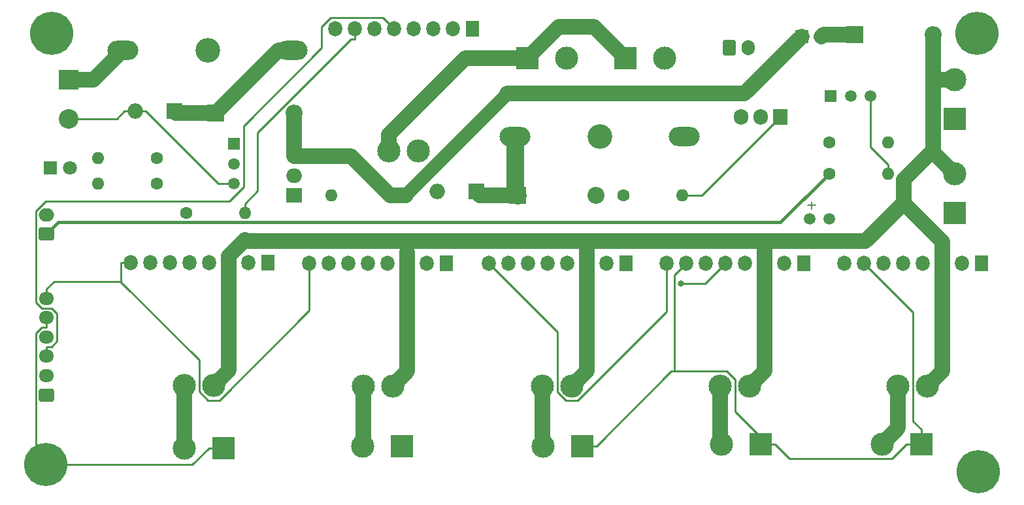
<source format=gtl>
G04 #@! TF.GenerationSoftware,KiCad,Pcbnew,(6.0.5)*
G04 #@! TF.CreationDate,2022-09-15T17:34:15+02:00*
G04 #@! TF.ProjectId,charge_pcb,63686172-6765-45f7-9063-622e6b696361,rev?*
G04 #@! TF.SameCoordinates,Original*
G04 #@! TF.FileFunction,Copper,L1,Top*
G04 #@! TF.FilePolarity,Positive*
%FSLAX46Y46*%
G04 Gerber Fmt 4.6, Leading zero omitted, Abs format (unit mm)*
G04 Created by KiCad (PCBNEW (6.0.5)) date 2022-09-15 17:34:15*
%MOMM*%
%LPD*%
G01*
G04 APERTURE LIST*
G04 Aperture macros list*
%AMRoundRect*
0 Rectangle with rounded corners*
0 $1 Rounding radius*
0 $2 $3 $4 $5 $6 $7 $8 $9 X,Y pos of 4 corners*
0 Add a 4 corners polygon primitive as box body*
4,1,4,$2,$3,$4,$5,$6,$7,$8,$9,$2,$3,0*
0 Add four circle primitives for the rounded corners*
1,1,$1+$1,$2,$3*
1,1,$1+$1,$4,$5*
1,1,$1+$1,$6,$7*
1,1,$1+$1,$8,$9*
0 Add four rect primitives between the rounded corners*
20,1,$1+$1,$2,$3,$4,$5,0*
20,1,$1+$1,$4,$5,$6,$7,0*
20,1,$1+$1,$6,$7,$8,$9,0*
20,1,$1+$1,$8,$9,$2,$3,0*%
G04 Aperture macros list end*
G04 #@! TA.AperFunction,EtchedComponent*
%ADD10C,0.150000*%
G04 #@! TD*
G04 #@! TA.AperFunction,ComponentPad*
%ADD11R,2.540000X2.540000*%
G04 #@! TD*
G04 #@! TA.AperFunction,ComponentPad*
%ADD12C,2.540000*%
G04 #@! TD*
G04 #@! TA.AperFunction,ComponentPad*
%ADD13C,1.501140*%
G04 #@! TD*
G04 #@! TA.AperFunction,ComponentPad*
%ADD14R,2.000000X2.000000*%
G04 #@! TD*
G04 #@! TA.AperFunction,ComponentPad*
%ADD15O,2.000000X2.000000*%
G04 #@! TD*
G04 #@! TA.AperFunction,ComponentPad*
%ADD16O,4.000500X2.499360*%
G04 #@! TD*
G04 #@! TA.AperFunction,ComponentPad*
%ADD17C,3.200000*%
G04 #@! TD*
G04 #@! TA.AperFunction,ComponentPad*
%ADD18R,3.000000X3.000000*%
G04 #@! TD*
G04 #@! TA.AperFunction,ComponentPad*
%ADD19C,3.000000*%
G04 #@! TD*
G04 #@! TA.AperFunction,ComponentPad*
%ADD20R,1.500000X1.500000*%
G04 #@! TD*
G04 #@! TA.AperFunction,ComponentPad*
%ADD21C,1.500000*%
G04 #@! TD*
G04 #@! TA.AperFunction,ComponentPad*
%ADD22C,1.600000*%
G04 #@! TD*
G04 #@! TA.AperFunction,ComponentPad*
%ADD23O,1.600000X1.600000*%
G04 #@! TD*
G04 #@! TA.AperFunction,ConnectorPad*
%ADD24C,5.600000*%
G04 #@! TD*
G04 #@! TA.AperFunction,ComponentPad*
%ADD25C,3.600000*%
G04 #@! TD*
G04 #@! TA.AperFunction,ComponentPad*
%ADD26R,1.905000X2.000000*%
G04 #@! TD*
G04 #@! TA.AperFunction,ComponentPad*
%ADD27O,1.905000X2.000000*%
G04 #@! TD*
G04 #@! TA.AperFunction,ComponentPad*
%ADD28R,2.000000X1.905000*%
G04 #@! TD*
G04 #@! TA.AperFunction,ComponentPad*
%ADD29O,2.000000X1.905000*%
G04 #@! TD*
G04 #@! TA.AperFunction,ComponentPad*
%ADD30RoundRect,0.250000X0.725000X-0.600000X0.725000X0.600000X-0.725000X0.600000X-0.725000X-0.600000X0*%
G04 #@! TD*
G04 #@! TA.AperFunction,ComponentPad*
%ADD31O,1.950000X1.700000*%
G04 #@! TD*
G04 #@! TA.AperFunction,ComponentPad*
%ADD32RoundRect,0.250000X0.750000X-0.600000X0.750000X0.600000X-0.750000X0.600000X-0.750000X-0.600000X0*%
G04 #@! TD*
G04 #@! TA.AperFunction,ComponentPad*
%ADD33O,2.000000X1.700000*%
G04 #@! TD*
G04 #@! TA.AperFunction,ComponentPad*
%ADD34RoundRect,0.250000X-0.600000X-0.750000X0.600000X-0.750000X0.600000X0.750000X-0.600000X0.750000X0*%
G04 #@! TD*
G04 #@! TA.AperFunction,ComponentPad*
%ADD35O,1.700000X2.000000*%
G04 #@! TD*
G04 #@! TA.AperFunction,ComponentPad*
%ADD36R,1.800000X2.000000*%
G04 #@! TD*
G04 #@! TA.AperFunction,ComponentPad*
%ADD37O,1.800000X2.000000*%
G04 #@! TD*
G04 #@! TA.AperFunction,ComponentPad*
%ADD38O,3.000000X3.000000*%
G04 #@! TD*
G04 #@! TA.AperFunction,ComponentPad*
%ADD39R,2.200000X2.200000*%
G04 #@! TD*
G04 #@! TA.AperFunction,ComponentPad*
%ADD40O,2.200000X2.200000*%
G04 #@! TD*
G04 #@! TA.AperFunction,ComponentPad*
%ADD41R,1.700000X1.700000*%
G04 #@! TD*
G04 #@! TA.AperFunction,ComponentPad*
%ADD42O,1.700000X1.700000*%
G04 #@! TD*
G04 #@! TA.AperFunction,ComponentPad*
%ADD43R,1.800000X1.800000*%
G04 #@! TD*
G04 #@! TA.AperFunction,ComponentPad*
%ADD44C,1.800000*%
G04 #@! TD*
G04 #@! TA.AperFunction,ViaPad*
%ADD45C,0.800000*%
G04 #@! TD*
G04 #@! TA.AperFunction,Conductor*
%ADD46C,0.254000*%
G04 #@! TD*
G04 #@! TA.AperFunction,Conductor*
%ADD47C,0.400000*%
G04 #@! TD*
G04 #@! TA.AperFunction,Conductor*
%ADD48C,2.000000*%
G04 #@! TD*
G04 #@! TA.AperFunction,Conductor*
%ADD49C,1.800000*%
G04 #@! TD*
G04 #@! TA.AperFunction,Conductor*
%ADD50C,2.250000*%
G04 #@! TD*
G04 APERTURE END LIST*
D10*
X187721240Y-87200740D02*
X187721240Y-87599520D01*
X187721240Y-87200740D02*
X187721240Y-86700360D01*
X187721240Y-87200740D02*
X188221620Y-87200740D01*
X187721240Y-87599520D02*
X187721240Y-87701120D01*
X187220860Y-87200740D02*
X187721240Y-87200740D01*
D11*
X91440000Y-70866000D03*
D12*
X91440000Y-75946000D03*
D13*
X187452000Y-88900000D03*
X189992000Y-88900000D03*
D14*
X105156000Y-75001000D03*
D15*
X100076000Y-75001000D03*
D16*
X98473260Y-67056000D03*
X120474740Y-67056000D03*
D17*
X109474000Y-67056000D03*
D16*
X171274740Y-78232000D03*
X149273260Y-78232000D03*
D17*
X160274000Y-78232000D03*
D18*
X111530000Y-118618000D03*
D19*
X106450000Y-118618000D03*
D20*
X112909000Y-79188000D03*
D21*
X112909000Y-81788000D03*
X112909000Y-84388000D03*
D20*
X190186000Y-73019000D03*
D21*
X192786000Y-73019000D03*
X195386000Y-73019000D03*
D22*
X102870000Y-84328000D03*
D23*
X95250000Y-84328000D03*
D22*
X133096000Y-85852000D03*
D23*
X125476000Y-85852000D03*
D22*
X189992000Y-83058000D03*
D23*
X197612000Y-83058000D03*
D22*
X189992000Y-78994000D03*
D23*
X197612000Y-78994000D03*
D24*
X89289000Y-64897000D03*
D25*
X89289000Y-64897000D03*
X209169000Y-64897000D03*
D24*
X209169000Y-64897000D03*
D25*
X209296000Y-121666000D03*
D24*
X209296000Y-121666000D03*
X88550000Y-120780000D03*
D25*
X88550000Y-120780000D03*
D18*
X181102000Y-118110000D03*
D19*
X176022000Y-118110000D03*
D26*
X183642000Y-75692000D03*
D27*
X181102000Y-75692000D03*
X178562000Y-75692000D03*
D28*
X120650000Y-85852000D03*
D29*
X120650000Y-83312000D03*
X120650000Y-80772000D03*
D30*
X88629000Y-111760000D03*
D31*
X88629000Y-109260000D03*
X88629000Y-106760000D03*
X88629000Y-104260000D03*
X88629000Y-101760000D03*
X88629000Y-99260000D03*
D18*
X134620000Y-118364000D03*
D19*
X129540000Y-118364000D03*
D18*
X150876000Y-68072000D03*
D19*
X155956000Y-68072000D03*
D32*
X88629000Y-90912000D03*
D33*
X88629000Y-88412000D03*
D18*
X163650000Y-68072000D03*
D19*
X168730000Y-68072000D03*
D18*
X157988000Y-118364000D03*
D19*
X152908000Y-118364000D03*
D34*
X177058000Y-66785000D03*
D35*
X179558000Y-66785000D03*
D18*
X201930000Y-118110000D03*
D19*
X196850000Y-118110000D03*
D18*
X206248000Y-75946000D03*
D19*
X206248000Y-70866000D03*
D18*
X206248000Y-88138000D03*
D19*
X206248000Y-83058000D03*
D36*
X140450000Y-94700000D03*
D37*
X137910000Y-94700000D03*
X135370000Y-94700000D03*
X132830000Y-94700000D03*
X130290000Y-94700000D03*
X127750000Y-94700000D03*
X125210000Y-94700000D03*
X122670000Y-94700000D03*
D38*
X133465000Y-110575000D03*
X129655000Y-110575000D03*
D36*
X143764000Y-64262000D03*
D37*
X141224000Y-64262000D03*
X138684000Y-64262000D03*
X136144000Y-64262000D03*
X133604000Y-64262000D03*
X131064000Y-64262000D03*
X128524000Y-64262000D03*
X125984000Y-64262000D03*
D38*
X136779000Y-80137000D03*
X132969000Y-80137000D03*
D36*
X163680000Y-94700000D03*
D37*
X161140000Y-94700000D03*
X158600000Y-94700000D03*
X156060000Y-94700000D03*
X153520000Y-94700000D03*
X150980000Y-94700000D03*
X148440000Y-94700000D03*
X145900000Y-94700000D03*
D38*
X156695000Y-110575000D03*
X152885000Y-110575000D03*
D36*
X186720000Y-94700000D03*
D37*
X184180000Y-94700000D03*
X181640000Y-94700000D03*
X179100000Y-94700000D03*
X176560000Y-94700000D03*
X174020000Y-94700000D03*
X171480000Y-94700000D03*
X168940000Y-94700000D03*
D38*
X179735000Y-110575000D03*
X175925000Y-110575000D03*
D36*
X209750000Y-94700000D03*
D37*
X207210000Y-94700000D03*
X204670000Y-94700000D03*
X202130000Y-94700000D03*
X199590000Y-94700000D03*
X197050000Y-94700000D03*
X194510000Y-94700000D03*
X191970000Y-94700000D03*
D38*
X202765000Y-110575000D03*
X198955000Y-110575000D03*
D22*
X163322000Y-85852000D03*
D23*
X170942000Y-85852000D03*
D22*
X102870000Y-81026000D03*
D23*
X95250000Y-81026000D03*
D39*
X193294000Y-65024000D03*
D40*
X203454000Y-65024000D03*
D41*
X186436000Y-65278000D03*
D42*
X188976000Y-65278000D03*
D14*
X144272000Y-85415000D03*
D15*
X139192000Y-85415000D03*
D36*
X117280000Y-94620000D03*
D37*
X114740000Y-94620000D03*
X112200000Y-94620000D03*
X109660000Y-94620000D03*
X107120000Y-94620000D03*
X104580000Y-94620000D03*
X102040000Y-94620000D03*
X99500000Y-94620000D03*
D38*
X110295000Y-110495000D03*
X106485000Y-110495000D03*
D39*
X110490000Y-75184000D03*
D40*
X120650000Y-75184000D03*
D22*
X106680000Y-88138000D03*
D23*
X114300000Y-88138000D03*
D39*
X149606000Y-85852000D03*
D40*
X159766000Y-85852000D03*
D43*
X89149000Y-82296000D03*
D44*
X91689000Y-82296000D03*
D45*
X170798100Y-97290700D03*
D46*
X184864600Y-119991300D02*
X198167400Y-119991300D01*
X88013400Y-102991300D02*
X87262300Y-103742400D01*
X200860000Y-115158700D02*
X201930000Y-116228700D01*
X99385400Y-75001000D02*
X100076000Y-75001000D01*
X107486700Y-120780000D02*
X88550000Y-120780000D01*
X201930000Y-118110000D02*
X201930000Y-116228700D01*
X176772600Y-108691400D02*
X169970600Y-108691400D01*
X97749700Y-75946000D02*
X98694700Y-75001000D01*
X181102000Y-118110000D02*
X182042700Y-118110000D01*
X114300000Y-86956700D02*
X115989600Y-85267100D01*
X87262300Y-103742400D02*
X87262300Y-119492300D01*
X182983300Y-118110000D02*
X184864600Y-119991300D01*
X115989600Y-85267100D02*
X115989600Y-77749600D01*
X115989600Y-77749600D02*
X128095900Y-65643300D01*
X88629000Y-102991300D02*
X88013400Y-102991300D01*
X201930000Y-118110000D02*
X200048700Y-118110000D01*
X128524000Y-64262000D02*
X128524000Y-65643300D01*
X169970600Y-96209400D02*
X171480000Y-94700000D01*
X169541900Y-108691400D02*
X159869300Y-118364000D01*
X99385400Y-75001000D02*
X98694700Y-75001000D01*
X169970600Y-108691400D02*
X169541900Y-108691400D01*
X109648700Y-118618000D02*
X107486700Y-120780000D01*
X111530000Y-118618000D02*
X109648700Y-118618000D01*
X195386000Y-73019000D02*
X195386000Y-79650700D01*
X194510000Y-94700000D02*
X200860000Y-101050000D01*
X87262300Y-119492300D02*
X88550000Y-120780000D01*
X157988000Y-118364000D02*
X159869300Y-118364000D01*
X169970600Y-108691400D02*
X169970600Y-96209400D01*
X128095900Y-65643300D02*
X128524000Y-65643300D01*
X195386000Y-79650700D02*
X197612000Y-81876700D01*
X177830000Y-113897300D02*
X177830000Y-109748800D01*
X182042700Y-118110000D02*
X182983300Y-118110000D01*
X182042700Y-118110000D02*
X177830000Y-113897300D01*
X88629000Y-101760000D02*
X88629000Y-102991300D01*
X177830000Y-109748800D02*
X176772600Y-108691400D01*
X200860000Y-101050000D02*
X200860000Y-115158700D01*
X101457300Y-75001000D02*
X110844300Y-84388000D01*
X114300000Y-88138000D02*
X114300000Y-86956700D01*
X197612000Y-83058000D02*
X197612000Y-81876700D01*
X198167400Y-119991300D02*
X200048700Y-118110000D01*
X91440000Y-75946000D02*
X97749700Y-75946000D01*
X100076000Y-75001000D02*
X101457300Y-75001000D01*
X110844300Y-84388000D02*
X112909000Y-84388000D01*
D47*
X189992000Y-83058000D02*
X183658000Y-89391500D01*
X183658000Y-89391500D02*
X90149500Y-89391500D01*
X90149500Y-89391500D02*
X88629000Y-90912000D01*
D46*
X155919500Y-112473900D02*
X157469400Y-112473900D01*
X98178000Y-97029100D02*
X108390000Y-107241100D01*
X154790000Y-103590000D02*
X154790000Y-111344400D01*
X98178000Y-97029100D02*
X89628600Y-97029100D01*
X98218700Y-96988400D02*
X98178000Y-97029100D01*
X109506800Y-112444700D02*
X111009800Y-112444700D01*
X99500000Y-94620000D02*
X98218700Y-94620000D01*
X168940000Y-101003300D02*
X168940000Y-94700000D01*
X108390000Y-107241100D02*
X108390000Y-111327900D01*
X108390000Y-111327900D02*
X109506800Y-112444700D01*
X111009800Y-112444700D02*
X122670000Y-100784500D01*
X122670000Y-100784500D02*
X122670000Y-94700000D01*
X89628600Y-97029100D02*
X88629000Y-98028700D01*
X145900000Y-94700000D02*
X154790000Y-103590000D01*
X98218700Y-94620000D02*
X98218700Y-96988400D01*
X157469400Y-112473900D02*
X168940000Y-101003300D01*
X154790000Y-111344400D02*
X155919500Y-112473900D01*
X88629000Y-99260000D02*
X88629000Y-98028700D01*
D48*
X135370000Y-94700000D02*
X135370000Y-93230000D01*
X199644000Y-86874000D02*
X199644000Y-83820000D01*
X202765000Y-110575000D02*
X204670000Y-108670000D01*
X156695000Y-110575000D02*
X158600000Y-108670000D01*
D46*
X135370000Y-91849500D02*
X135370000Y-93230000D01*
D48*
X133465000Y-110575000D02*
X135370000Y-108670000D01*
X179735000Y-110575000D02*
X181640000Y-108670000D01*
X158600000Y-94700000D02*
X158600000Y-91900000D01*
X194668500Y-91849500D02*
X199644000Y-86874000D01*
X181640000Y-94700000D02*
X181640000Y-92172000D01*
X181640000Y-108670000D02*
X181640000Y-94700000D01*
X204670000Y-108670000D02*
X204670000Y-94700000D01*
X203454000Y-80010000D02*
X203454000Y-80264000D01*
X112200000Y-94620000D02*
X112200000Y-94014500D01*
X199644000Y-83820000D02*
X203454000Y-80010000D01*
X110295000Y-110495000D02*
X112200000Y-108590000D01*
X204670000Y-94700000D02*
X204670000Y-91900000D01*
X181962000Y-91849500D02*
X194668500Y-91849500D01*
X203708000Y-70866000D02*
X206248000Y-70866000D01*
X158650000Y-91849500D02*
X158652000Y-91849500D01*
X204670000Y-91900000D02*
X199644000Y-86874000D01*
X203454000Y-70612000D02*
X203454000Y-65024000D01*
X158600000Y-91900000D02*
X158650000Y-91849500D01*
X203454000Y-80010000D02*
X203454000Y-70612000D01*
X203454000Y-70612000D02*
X203708000Y-70866000D01*
X158652000Y-91849500D02*
X181962000Y-91849500D01*
X158650000Y-91849500D02*
X158652000Y-91849500D01*
X114365000Y-91849500D02*
X135370000Y-91849500D01*
X112200000Y-108590000D02*
X112200000Y-94620000D01*
X112200000Y-93792500D02*
X114365000Y-91627500D01*
X135370000Y-91849500D02*
X158650000Y-91849500D01*
X203454000Y-80264000D02*
X206248000Y-83058000D01*
X181640000Y-92172000D02*
X181962000Y-91849500D01*
X135370000Y-108670000D02*
X135370000Y-94700000D01*
X158600000Y-108670000D02*
X158600000Y-94700000D01*
D46*
X124247100Y-66787800D02*
X114147700Y-76887200D01*
X124247100Y-64071200D02*
X124247100Y-66787800D01*
X173969300Y-97290700D02*
X170798100Y-97290700D01*
X89997500Y-101219900D02*
X89997500Y-104795400D01*
X87207700Y-99747600D02*
X87970100Y-100510000D01*
X89264200Y-105528700D02*
X88629000Y-105528700D01*
X132222000Y-62880000D02*
X125438300Y-62880000D01*
X112332800Y-86628000D02*
X88484000Y-86628000D01*
X87207700Y-87904300D02*
X87207700Y-99747600D01*
X88484000Y-86628000D02*
X87207700Y-87904300D01*
X114147700Y-76887200D02*
X114147700Y-84813100D01*
X114147700Y-84813100D02*
X112332800Y-86628000D01*
X88629000Y-106760000D02*
X88629000Y-105528700D01*
X87970100Y-100510000D02*
X89287600Y-100510000D01*
X89997500Y-104795400D02*
X89264200Y-105528700D01*
X176560000Y-94700000D02*
X173969300Y-97290700D01*
X89287600Y-100510000D02*
X89997500Y-101219900D01*
X125438300Y-62880000D02*
X124247100Y-64071200D01*
X133604000Y-64262000D02*
X132222000Y-62880000D01*
D48*
X94663300Y-70866000D02*
X98473300Y-67056000D01*
X91440000Y-70866000D02*
X94663300Y-70866000D01*
X120650000Y-75184000D02*
X120650000Y-80772000D01*
X120650000Y-80772000D02*
X128016000Y-80772000D01*
D49*
X148320000Y-72660250D02*
X135144000Y-85835750D01*
D48*
X128016000Y-80772000D02*
X133096000Y-85852000D01*
X186436000Y-65278000D02*
X179038000Y-72676500D01*
X135128000Y-85852000D02*
X133096000Y-85852000D01*
X179038000Y-72676500D02*
X148304000Y-72676500D01*
X132969000Y-78015700D02*
X132969000Y-80137000D01*
X142913000Y-68072000D02*
X132969000Y-78015700D01*
X159586000Y-64008000D02*
X163650000Y-68072000D01*
X150876000Y-68072000D02*
X154940000Y-64008000D01*
X154940000Y-64008000D02*
X159586000Y-64008000D01*
X150876000Y-68072000D02*
X142913000Y-68072000D01*
D46*
X173482000Y-85852000D02*
X170942000Y-85852000D01*
X183642000Y-75692000D02*
X173482000Y-85852000D01*
D47*
X149169000Y-85415000D02*
X149606000Y-85852000D01*
D48*
X149606000Y-85852000D02*
X144709000Y-85852000D01*
D50*
X149273260Y-85519260D02*
X149606000Y-85852000D01*
D47*
X144709000Y-85852000D02*
X144272000Y-85415000D01*
D50*
X149273260Y-78232000D02*
X149273260Y-85519260D01*
D48*
X129655000Y-110575000D02*
X129655000Y-118249000D01*
X129655000Y-118249000D02*
X129540000Y-118364000D01*
X152885000Y-110575000D02*
X152885000Y-118341000D01*
X152885000Y-118341000D02*
X152908000Y-118364000D01*
X175925000Y-110575000D02*
X175925000Y-118013000D01*
X175925000Y-118013000D02*
X176022000Y-118110000D01*
X198955000Y-110575000D02*
X198955000Y-116005000D01*
X198955000Y-116005000D02*
X196850000Y-118110000D01*
X106485000Y-118583000D02*
X106450000Y-118618000D01*
X106485000Y-110495000D02*
X106485000Y-118583000D01*
X120474700Y-67056000D02*
X118618000Y-67056000D01*
X118618000Y-67056000D02*
X110490000Y-75184000D01*
X105339000Y-75184000D02*
X105156000Y-75001000D01*
X110490000Y-75184000D02*
X105339000Y-75184000D01*
X189230000Y-65024000D02*
X188976000Y-65278000D01*
X193294000Y-65024000D02*
X189230000Y-65024000D01*
M02*

</source>
